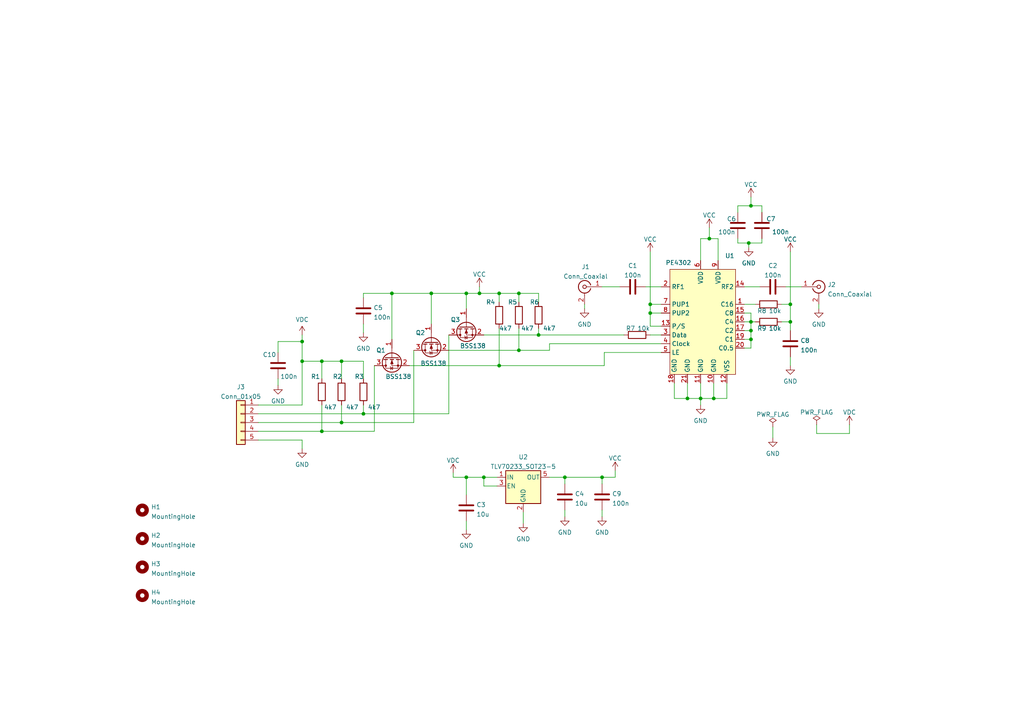
<source format=kicad_sch>
(kicad_sch (version 20211123) (generator eeschema)
  (paper "A4")
  (lib_symbols
    (symbol "Connector:Conn_Coaxial" (pin_names (offset 1.016) hide)
      (property "Reference" "J" (at 0.254 3.048 0))
      (property "Value" "Conn_Coaxial" (at 2.921 0 90))
      (symbol "Conn_Coaxial_0_1"
        (arc (start -1.778 -0.508) (mid 0.222 -1.808) (end 1.778 0) (stroke (width 0.254)))
        (polyline (pts (xy -2.54 0) (xy -0.508 0)))
        (polyline (pts (xy 0 -2.54) (xy 0 -1.778)))
        (circle (center 0 0) (radius 0.508) (stroke (width 0.2032)))
        (arc (start 1.778 0) (mid 0.222 1.8083) (end -1.778 0.508) (stroke (width 0.254)))
      )
      (symbol "Conn_Coaxial_1_1"
        (pin passive line (at -5.08 0 0) (length 2.54) (name "In") (number "1"))
        (pin passive line (at 0 -5.08 90) (length 2.54) (name "Ext") (number "2"))
      )
    )
    (symbol "Connector_Generic:Conn_01x05" (pin_names (offset 1.016) hide)
      (property "Reference" "J" (at 0 7.62 0))
      (property "Value" "Conn_01x05" (at 0 -7.62 0))
      (symbol "Conn_01x05_1_1"
        (rectangle (start -1.27 -4.953) (end 0 -5.207) (stroke (width 0.1524)))
        (rectangle (start -1.27 -2.413) (end 0 -2.667) (stroke (width 0.1524)))
        (rectangle (start -1.27 0.127) (end 0 -0.127) (stroke (width 0.1524)))
        (rectangle (start -1.27 2.667) (end 0 2.413) (stroke (width 0.1524)))
        (rectangle (start -1.27 5.207) (end 0 4.953) (stroke (width 0.1524)))
        (rectangle (start -1.27 6.35) (end 1.27 -6.35) (stroke (width 0.254)) (fill (type background)))
        (pin passive line (at -5.08 5.08 0) (length 3.81) (name "Pin_1") (number "1"))
        (pin passive line (at -5.08 2.54 0) (length 3.81) (name "Pin_2") (number "2"))
        (pin passive line (at -5.08 0 0) (length 3.81) (name "Pin_3") (number "3"))
        (pin passive line (at -5.08 -2.54 0) (length 3.81) (name "Pin_4") (number "4"))
        (pin passive line (at -5.08 -5.08 0) (length 3.81) (name "Pin_5") (number "5"))
      )
    )
    (symbol "Device:C" (pin_numbers hide) (pin_names (offset 0.254))
      (property "Reference" "C" (at 0.635 2.54 0))
      (property "Value" "C" (at 0.635 -2.54 0))
      (symbol "C_0_1"
        (polyline (pts (xy -2.032 -0.762) (xy 2.032 -0.762)) (stroke (width 0.508)))
        (polyline (pts (xy -2.032 0.762) (xy 2.032 0.762)) (stroke (width 0.508)))
      )
      (symbol "C_1_1"
        (pin passive line (at 0 3.81 270) (length 2.794) (name "~") (number "1"))
        (pin passive line (at 0 -3.81 90) (length 2.794) (name "~") (number "2"))
      )
    )
    (symbol "Device:R" (pin_numbers hide) (pin_names (offset 0))
      (property "Reference" "R" (at 2.032 0 90))
      (property "Value" "R" (at 0 0 90))
      (symbol "R_0_1"
        (rectangle (start -1.016 -2.54) (end 1.016 2.54) (stroke (width 0.254)))
      )
      (symbol "R_1_1"
        (pin passive line (at 0 3.81 270) (length 1.27) (name "~") (number "1"))
        (pin passive line (at 0 -3.81 90) (length 1.27) (name "~") (number "2"))
      )
    )
    (symbol "Mechanical:MountingHole" (pin_names (offset 1.016))
      (property "Reference" "H" (at 0 5.08 0))
      (property "Value" "MountingHole" (at 0 3.175 0))
      (symbol "MountingHole_0_1"
        (circle (center 0 0) (radius 1.27) (stroke (width 1.27)))
      )
    )
    (symbol "RF_Attenuator:PE4302"
      (property "Reference" "U" (at 10.16 -16.51 0))
      (property "Value" "PE4302" (at -10.16 16.51 0))
      (symbol "PE4302_0_1"
        (rectangle (start -10.16 13.97) (end 8.89 -16.51) (stroke (width 0.1524)) (fill (type background)))
      )
      (symbol "PE4302_1_1"
        (pin input line (at 11.43 3.81 180) (length 2.54) (name "C16") (number "1"))
        (pin power_in line (at 2.54 -19.05 90) (length 2.54) (name "GND") (number "10"))
        (pin power_in line (at -1.27 -19.05 90) (length 2.54) (name "GND") (number "11"))
        (pin power_in line (at 6.35 -19.05 90) (length 2.54) (name "VSS") (number "12"))
        (pin input line (at -12.7 -2.54 0) (length 2.54) (name "P/S") (number "13"))
        (pin passive line (at 11.43 8.89 180) (length 2.54) (name "RF2") (number "14"))
        (pin input line (at 11.43 1.27 180) (length 2.54) (name "C8") (number "15"))
        (pin input line (at 11.43 -1.27 180) (length 2.54) (name "C4") (number "16"))
        (pin input line (at 11.43 -3.81 180) (length 2.54) (name "C2") (number "17"))
        (pin power_in line (at -8.89 -19.05 90) (length 2.54) (name "GND") (number "18"))
        (pin input line (at 11.43 -6.35 180) (length 2.54) (name "C1") (number "19"))
        (pin passive line (at -12.7 8.89 0) (length 2.54) (name "RF1") (number "2"))
        (pin input line (at 11.43 -8.89 180) (length 2.54) (name "C0.5") (number "20"))
        (pin power_in line (at -5.08 -19.05 90) (length 2.54) (name "GND") (number "21"))
        (pin input line (at -12.7 -5.08 0) (length 2.54) (name "Data") (number "3"))
        (pin input line (at -12.7 -7.62 0) (length 2.54) (name "Clock") (number "4"))
        (pin input line (at -12.7 -10.16 0) (length 2.54) (name "LE") (number "5"))
        (pin power_in line (at -1.27 16.51 270) (length 2.54) (name "VDD") (number "6"))
        (pin input line (at -12.7 3.81 0) (length 2.54) (name "PUP1") (number "7"))
        (pin input line (at -12.7 1.27 0) (length 2.54) (name "PUP2") (number "8"))
        (pin power_in line (at 3.81 16.51 270) (length 2.54) (name "VDD") (number "9"))
      )
    )
    (symbol "Regulator_Linear:TLV70233_SOT23-5" (pin_names (offset 0.254))
      (property "Reference" "U" (at -3.81 5.715 0))
      (property "Value" "TLV70233_SOT23-5" (at 0 5.715 0))
      (symbol "TLV70233_SOT23-5_0_1"
        (rectangle (start -5.08 4.445) (end 5.08 -5.08) (stroke (width 0.254)) (fill (type background)))
      )
      (symbol "TLV70233_SOT23-5_1_1"
        (pin power_in line (at -7.62 2.54 0) (length 2.54) (name "IN") (number "1"))
        (pin power_in line (at 0 -7.62 90) (length 2.54) (name "GND") (number "2"))
        (pin input line (at -7.62 0 0) (length 2.54) (name "EN") (number "3"))
        (pin no_connect line (at 5.08 0 180) (length 2.54) hide (name "NC") (number "4"))
        (pin power_out line (at 7.62 2.54 180) (length 2.54) (name "OUT") (number "5"))
      )
    )
    (symbol "Transistor_FET:BSS138" (pin_names hide)
      (property "Reference" "Q" (at 5.08 1.905 0))
      (property "Value" "BSS138" (at 5.08 0 0))
      (symbol "BSS138_0_1"
        (polyline (pts (xy 0.254 0) (xy -2.54 0)))
        (polyline (pts (xy 0.254 1.905) (xy 0.254 -1.905)) (stroke (width 0.254)))
        (polyline (pts (xy 0.762 -1.27) (xy 0.762 -2.286)) (stroke (width 0.254)))
        (polyline (pts (xy 0.762 0.508) (xy 0.762 -0.508)) (stroke (width 0.254)))
        (polyline (pts (xy 0.762 2.286) (xy 0.762 1.27)) (stroke (width 0.254)))
        (polyline (pts (xy 2.54 2.54) (xy 2.54 1.778)))
        (polyline (pts (xy 2.54 -2.54) (xy 2.54 0) (xy 0.762 0)))
        (polyline (pts (xy 0.762 -1.778) (xy 3.302 -1.778) (xy 3.302 1.778) (xy 0.762 1.778)))
        (polyline (pts (xy 1.016 0) (xy 2.032 0.381) (xy 2.032 -0.381) (xy 1.016 0)) (fill (type outline)))
        (polyline (pts (xy 2.794 0.508) (xy 2.921 0.381) (xy 3.683 0.381) (xy 3.81 0.254)))
        (polyline (pts (xy 3.302 0.381) (xy 2.921 -0.254) (xy 3.683 -0.254) (xy 3.302 0.381)))
        (circle (center 1.651 0) (radius 2.794) (stroke (width 0.254)))
        (circle (center 2.54 -1.778) (radius 0.254) (fill (type outline)))
        (circle (center 2.54 1.778) (radius 0.254) (fill (type outline)))
      )
      (symbol "BSS138_1_1"
        (pin input line (at -5.08 0 0) (length 2.54) (name "G") (number "1"))
        (pin passive line (at 2.54 -5.08 90) (length 2.54) (name "S") (number "2"))
        (pin passive line (at 2.54 5.08 270) (length 2.54) (name "D") (number "3"))
      )
    )
    (symbol "power:GND" (power) (pin_names (offset 0))
      (property "Value" "GND" (at 0 -3.81 0))
      (symbol "GND_0_1"
        (polyline (pts (xy 0 0) (xy 0 -1.27) (xy 1.27 -1.27) (xy 0 -2.54) (xy -1.27 -1.27) (xy 0 -1.27)))
      )
      (symbol "GND_1_1"
        (pin power_in line (at 0 0 270) (length 0) hide (name "GND") (number "1"))
      )
    )
    (symbol "power:PWR_FLAG" (power) (pin_numbers hide) (pin_names (offset 0) hide)
      (property "Value" "PWR_FLAG" (at 0 3.81 0))
      (symbol "PWR_FLAG_0_0"
        (pin power_out line (at 0 0 90) (length 0) (name "pwr") (number "1"))
      )
      (symbol "PWR_FLAG_0_1"
        (polyline (pts (xy 0 0) (xy 0 1.27) (xy -1.016 1.905) (xy 0 2.54) (xy 1.016 1.905) (xy 0 1.27)))
      )
    )
    (symbol "power:VCC" (power) (pin_names (offset 0))
      (property "Value" "VCC" (at 0 3.81 0))
      (symbol "VCC_0_1"
        (polyline (pts (xy -0.762 1.27) (xy 0 2.54)))
        (polyline (pts (xy 0 0) (xy 0 2.54)))
        (polyline (pts (xy 0 2.54) (xy 0.762 1.27)))
      )
      (symbol "VCC_1_1"
        (pin power_in line (at 0 0 90) (length 0) hide (name "VCC") (number "1"))
      )
    )
    (symbol "power:VDC" (power) (pin_names (offset 0))
      (property "Value" "VDC" (at 0 6.35 0))
      (symbol "VDC_0_1"
        (polyline (pts (xy -0.762 1.27) (xy 0 2.54)))
        (polyline (pts (xy 0 0) (xy 0 2.54)))
        (polyline (pts (xy 0 2.54) (xy 0.762 1.27)))
      )
      (symbol "VDC_1_1"
        (pin power_in line (at 0 0 90) (length 0) hide (name "VDC") (number "1"))
      )
    )
  )
  (junction (at 135.255 85.09))
  (junction (at 199.39 115.57))
  (junction (at 150.495 101.6))
  (junction (at 93.345 104.775))
  (junction (at 229.235 88.265))
  (junction (at 105.41 120.015))
  (junction (at 217.805 98.425))
  (junction (at 113.665 85.09))
  (junction (at 144.78 85.09))
  (junction (at 144.78 106.045))
  (junction (at 217.805 93.345))
  (junction (at 188.595 88.265))
  (junction (at 205.74 69.215))
  (junction (at 163.83 138.43))
  (junction (at 135.255 138.43))
  (junction (at 150.495 85.09))
  (junction (at 217.805 59.69))
  (junction (at 99.06 122.555))
  (junction (at 125.095 85.09))
  (junction (at 99.06 104.775))
  (junction (at 203.2 115.57))
  (junction (at 188.595 90.805))
  (junction (at 229.235 93.345))
  (junction (at 87.63 99.06))
  (junction (at 207.01 115.57))
  (junction (at 174.625 138.43))
  (junction (at 156.21 97.155))
  (junction (at 87.63 104.775))
  (junction (at 140.335 138.43))
  (junction (at 217.17 70.485))
  (junction (at 217.805 95.885))
  (junction (at 93.345 125.095))
  (junction (at 139.065 85.09))
  (wire (pts (xy 120.015 101.6) (xy 120.015 122.555)))
  (wire (pts (xy 236.855 123.19) (xy 236.855 125.73)))
  (wire (pts (xy 87.63 99.06) (xy 80.645 99.06)))
  (wire (pts (xy 215.9 83.185) (xy 220.345 83.185)))
  (wire (pts (xy 213.995 61.595) (xy 213.995 59.69)))
  (wire (pts (xy 87.63 127.635) (xy 87.63 130.175)))
  (wire (pts (xy 87.63 104.775) (xy 87.63 117.475)))
  (wire (pts (xy 80.645 99.06) (xy 80.645 102.235)))
  (wire (pts (xy 207.01 111.125) (xy 207.01 115.57)))
  (wire (pts (xy 217.805 93.345) (xy 217.805 95.885)))
  (wire (pts (xy 105.41 93.98) (xy 105.41 96.52)))
  (wire (pts (xy 237.49 88.265) (xy 237.49 89.535)))
  (wire (pts (xy 229.235 93.345) (xy 229.235 95.885)))
  (wire (pts (xy 188.595 73.025) (xy 188.595 88.265)))
  (wire (pts (xy 217.805 57.15) (xy 217.805 59.69)))
  (wire (pts (xy 135.255 151.13) (xy 135.255 153.67)))
  (wire (pts (xy 215.9 90.805) (xy 217.805 90.805)))
  (wire (pts (xy 174.625 83.185) (xy 179.705 83.185)))
  (wire (pts (xy 139.065 83.185) (xy 139.065 85.09)))
  (wire (pts (xy 159.385 138.43) (xy 163.83 138.43)))
  (wire (pts (xy 207.01 115.57) (xy 210.82 115.57)))
  (wire (pts (xy 188.595 97.155) (xy 191.77 97.155)))
  (wire (pts (xy 217.17 70.485) (xy 220.98 70.485)))
  (wire (pts (xy 144.78 106.045) (xy 175.26 106.045)))
  (wire (pts (xy 174.625 138.43) (xy 174.625 140.335)))
  (wire (pts (xy 246.38 125.73) (xy 246.38 123.19)))
  (wire (pts (xy 163.83 138.43) (xy 174.625 138.43)))
  (wire (pts (xy 220.98 59.69) (xy 220.98 61.595)))
  (wire (pts (xy 175.26 102.235) (xy 191.77 102.235)))
  (wire (pts (xy 135.255 138.43) (xy 131.445 138.43)))
  (wire (pts (xy 99.06 117.475) (xy 99.06 122.555)))
  (wire (pts (xy 125.095 85.09) (xy 125.095 93.98)))
  (wire (pts (xy 220.98 69.215) (xy 220.98 70.485)))
  (wire (pts (xy 87.63 97.155) (xy 87.63 99.06)))
  (wire (pts (xy 205.74 69.215) (xy 208.28 69.215)))
  (wire (pts (xy 131.445 138.43) (xy 131.445 137.16)))
  (wire (pts (xy 217.17 70.485) (xy 217.17 71.755)))
  (wire (pts (xy 144.78 95.25) (xy 144.78 106.045)))
  (wire (pts (xy 163.83 147.955) (xy 163.83 149.86)))
  (wire (pts (xy 140.335 140.97) (xy 140.335 138.43)))
  (wire (pts (xy 105.41 85.09) (xy 113.665 85.09)))
  (wire (pts (xy 229.235 88.265) (xy 229.235 93.345)))
  (wire (pts (xy 203.2 115.57) (xy 207.01 115.57)))
  (wire (pts (xy 191.77 99.695) (xy 159.385 99.695)))
  (wire (pts (xy 213.995 59.69) (xy 217.805 59.69)))
  (wire (pts (xy 108.585 125.095) (xy 93.345 125.095)))
  (wire (pts (xy 156.21 85.09) (xy 156.21 87.63)))
  (wire (pts (xy 188.595 88.265) (xy 188.595 90.805)))
  (wire (pts (xy 93.345 117.475) (xy 93.345 125.095)))
  (wire (pts (xy 217.805 93.345) (xy 219.075 93.345)))
  (wire (pts (xy 140.335 97.155) (xy 156.21 97.155)))
  (wire (pts (xy 99.06 104.775) (xy 93.345 104.775)))
  (wire (pts (xy 150.495 85.09) (xy 156.21 85.09)))
  (wire (pts (xy 195.58 115.57) (xy 199.39 115.57)))
  (wire (pts (xy 191.77 94.615) (xy 188.595 94.615)))
  (wire (pts (xy 105.41 109.855) (xy 105.41 104.775)))
  (wire (pts (xy 87.63 99.06) (xy 87.63 104.775)))
  (wire (pts (xy 199.39 111.125) (xy 199.39 115.57)))
  (wire (pts (xy 135.255 85.09) (xy 135.255 89.535)))
  (wire (pts (xy 215.9 88.265) (xy 219.075 88.265)))
  (wire (pts (xy 105.41 104.775) (xy 99.06 104.775)))
  (wire (pts (xy 215.9 95.885) (xy 217.805 95.885)))
  (wire (pts (xy 203.2 115.57) (xy 203.2 117.475)))
  (wire (pts (xy 150.495 85.09) (xy 150.495 87.63)))
  (wire (pts (xy 151.765 148.59) (xy 151.765 151.765)))
  (wire (pts (xy 217.805 59.69) (xy 220.98 59.69)))
  (wire (pts (xy 113.665 85.09) (xy 113.665 98.425)))
  (wire (pts (xy 135.255 138.43) (xy 135.255 143.51)))
  (wire (pts (xy 74.93 127.635) (xy 87.63 127.635)))
  (wire (pts (xy 224.155 123.825) (xy 224.155 127)))
  (wire (pts (xy 213.995 70.485) (xy 217.17 70.485)))
  (wire (pts (xy 217.805 98.425) (xy 217.805 100.965)))
  (wire (pts (xy 217.805 95.885) (xy 217.805 98.425)))
  (wire (pts (xy 188.595 90.805) (xy 191.77 90.805)))
  (wire (pts (xy 215.9 98.425) (xy 217.805 98.425)))
  (wire (pts (xy 188.595 90.805) (xy 188.595 94.615)))
  (wire (pts (xy 205.74 66.04) (xy 205.74 69.215)))
  (wire (pts (xy 74.93 122.555) (xy 99.06 122.555)))
  (wire (pts (xy 140.335 138.43) (xy 135.255 138.43)))
  (wire (pts (xy 217.805 90.805) (xy 217.805 93.345)))
  (wire (pts (xy 144.78 85.09) (xy 139.065 85.09)))
  (wire (pts (xy 217.805 100.965) (xy 215.9 100.965)))
  (wire (pts (xy 195.58 111.125) (xy 195.58 115.57)))
  (wire (pts (xy 87.63 104.775) (xy 93.345 104.775)))
  (wire (pts (xy 229.235 103.505) (xy 229.235 106.045)))
  (wire (pts (xy 139.065 85.09) (xy 135.255 85.09)))
  (wire (pts (xy 108.585 106.045) (xy 108.585 125.095)))
  (wire (pts (xy 74.93 120.015) (xy 105.41 120.015)))
  (wire (pts (xy 93.345 104.775) (xy 93.345 109.855)))
  (wire (pts (xy 203.2 111.125) (xy 203.2 115.57)))
  (wire (pts (xy 80.645 109.855) (xy 80.645 111.76)))
  (wire (pts (xy 150.495 101.6) (xy 159.385 101.6)))
  (wire (pts (xy 227.965 83.185) (xy 232.41 83.185)))
  (wire (pts (xy 99.06 122.555) (xy 120.015 122.555)))
  (wire (pts (xy 229.235 73.025) (xy 229.235 88.265)))
  (wire (pts (xy 203.2 75.565) (xy 203.2 69.215)))
  (wire (pts (xy 93.345 125.095) (xy 74.93 125.095)))
  (wire (pts (xy 208.28 69.215) (xy 208.28 75.565)))
  (wire (pts (xy 203.2 69.215) (xy 205.74 69.215)))
  (wire (pts (xy 163.83 138.43) (xy 163.83 140.335)))
  (wire (pts (xy 144.145 140.97) (xy 140.335 140.97)))
  (wire (pts (xy 169.545 88.265) (xy 169.545 89.535)))
  (wire (pts (xy 174.625 147.955) (xy 174.625 149.86)))
  (wire (pts (xy 74.93 117.475) (xy 87.63 117.475)))
  (wire (pts (xy 125.095 85.09) (xy 113.665 85.09)))
  (wire (pts (xy 174.625 138.43) (xy 178.435 138.43)))
  (wire (pts (xy 99.06 104.775) (xy 99.06 109.855)))
  (wire (pts (xy 118.745 106.045) (xy 144.78 106.045)))
  (wire (pts (xy 105.41 117.475) (xy 105.41 120.015)))
  (wire (pts (xy 226.695 88.265) (xy 229.235 88.265)))
  (wire (pts (xy 215.9 93.345) (xy 217.805 93.345)))
  (wire (pts (xy 144.78 85.09) (xy 150.495 85.09)))
  (wire (pts (xy 187.325 83.185) (xy 191.77 83.185)))
  (wire (pts (xy 226.695 93.345) (xy 229.235 93.345)))
  (wire (pts (xy 210.82 115.57) (xy 210.82 111.125)))
  (wire (pts (xy 188.595 88.265) (xy 191.77 88.265)))
  (wire (pts (xy 144.78 87.63) (xy 144.78 85.09)))
  (wire (pts (xy 130.175 101.6) (xy 150.495 101.6)))
  (wire (pts (xy 236.855 125.73) (xy 246.38 125.73)))
  (wire (pts (xy 213.995 69.215) (xy 213.995 70.485)))
  (wire (pts (xy 105.41 120.015) (xy 130.175 120.015)))
  (wire (pts (xy 105.41 86.36) (xy 105.41 85.09)))
  (wire (pts (xy 144.145 138.43) (xy 140.335 138.43)))
  (wire (pts (xy 130.175 97.155) (xy 130.175 120.015)))
  (wire (pts (xy 159.385 99.695) (xy 159.385 101.6)))
  (wire (pts (xy 156.21 97.155) (xy 180.975 97.155)))
  (wire (pts (xy 178.435 138.43) (xy 178.435 136.525)))
  (wire (pts (xy 150.495 95.25) (xy 150.495 101.6)))
  (wire (pts (xy 199.39 115.57) (xy 203.2 115.57)))
  (wire (pts (xy 175.26 102.235) (xy 175.26 106.045)))
  (wire (pts (xy 135.255 85.09) (xy 125.095 85.09)))
  (wire (pts (xy 156.21 95.25) (xy 156.21 97.155)))
  (symbol (lib_id "power:GND") (at 135.255 153.67 0) (unit 1)
    (property "Reference" "#PWR0111" (effects hide))
    (property "Value" "GND" (at 135.255 158.2325 0))
  )
  (symbol (lib_id "Transistor_FET:BSS138") (at 125.095 99.06 90) (mirror x) (unit 1)
    (property "Reference" "Q2" (at 121.92 96.52 90))
    (property "Value" "BSS138" (at 125.73 105.41 90))
    (property "Footprint" "Package_TO_SOT_SMD:SOT-23" (effects hide))
    (property "Datasheet" "https://www.onsemi.com/pub/Collateral/BSS138-D.PDF" (effects hide))
  )
  (symbol (lib_id "Device:R") (at 105.41 113.665 180) (unit 1)
    (property "Reference" "R3" (at 102.87 109.22 0) (effects (justify right)))
    (property "Value" "4k7" (at 106.68 118.11 0) (effects (justify right)))
    (property "Footprint" "Resistor_SMD:R_0603_1608Metric" (effects hide))
  )
  (symbol (lib_id "Device:R") (at 93.345 113.665 180) (unit 1)
    (property "Reference" "R1" (at 90.17 109.22 0) (effects (justify right)))
    (property "Value" "4k7" (at 93.98 118.11 0) (effects (justify right)))
    (property "Footprint" "Resistor_SMD:R_0603_1608Metric" (effects hide))
  )
  (symbol (lib_id "Device:R") (at 156.21 91.44 180) (unit 1)
    (property "Reference" "R6" (at 153.67 87.63 0) (effects (justify right)))
    (property "Value" "4k7" (at 157.48 95.25 0) (effects (justify right)))
    (property "Footprint" "Resistor_SMD:R_0603_1608Metric" (effects hide))
  )
  (symbol (lib_id "Mechanical:MountingHole") (at 41.275 147.955 0) (unit 1)
    (property "Reference" "H1" (at 43.815 147.0465 0) (effects (justify left)))
    (property "Value" "MountingHole" (at 43.815 149.8216 0) (effects (justify left)))
    (property "Footprint" "MountingHole:MountingHole_2.2mm_M2" (effects hide))
  )
  (symbol (lib_id "power:PWR_FLAG") (at 236.855 123.19 0) (unit 1)
    (property "Reference" "#FLG0102" (effects hide))
    (property "Value" "PWR_FLAG" (at 236.855 119.5855 0))
  )
  (symbol (lib_id "power:VDC") (at 87.63 97.155 0) (unit 1)
    (property "Reference" "#PWR0106" (effects hide))
    (property "Value" "VDC" (at 87.63 92.71 0))
  )
  (symbol (lib_id "power:VCC") (at 178.435 136.525 0) (unit 1)
    (property "Reference" "#PWR0108" (effects hide))
    (property "Value" "VCC" (at 178.435 132.9205 0))
  )
  (symbol (lib_id "power:GND") (at 87.63 130.175 0) (unit 1)
    (property "Reference" "#PWR0104" (effects hide))
    (property "Value" "GND" (at 87.63 134.7375 0))
  )
  (symbol (lib_id "power:GND") (at 163.83 149.86 0) (unit 1)
    (property "Reference" "#PWR0110" (effects hide))
    (property "Value" "GND" (at 163.83 154.4225 0))
  )
  (symbol (lib_id "Regulator_Linear:TLV70233_SOT23-5") (at 151.765 140.97 0) (unit 1)
    (property "Reference" "U2" (at 151.765 132.5585 0))
    (property "Value" "TLV70233_SOT23-5" (at 151.765 135.3336 0))
    (property "Footprint" "Package_TO_SOT_SMD:SOT-23-5" (effects hide))
    (property "Datasheet" "http://www.ti.com/lit/ds/symlink/tlv702.pdf" (effects hide))
  )
  (symbol (lib_id "Device:C") (at 80.645 106.045 0) (unit 1)
    (property "Reference" "C10" (at 76.2 102.87 0) (effects (justify left)))
    (property "Value" "100n" (at 81.28 109.22 0) (effects (justify left)))
    (property "Footprint" "Capacitor_SMD:C_0603_1608Metric" (effects hide))
  )
  (symbol (lib_id "power:GND") (at 224.155 127 0) (unit 1)
    (property "Reference" "#PWR0112" (effects hide))
    (property "Value" "GND" (at 224.155 131.5625 0))
  )
  (symbol (lib_id "Connector:Conn_Coaxial") (at 169.545 83.185 0) (mirror y) (unit 1)
    (property "Reference" "J1" (at 169.8624 77.3919 0))
    (property "Value" "Conn_Coaxial" (at 169.8624 80.167 0))
    (property "Footprint" "Connector_Coaxial:SMA_Samtec_SMA-J-P-X-ST-EM1_EdgeMount" (effects hide))
    (property "Datasheet" " ~" (effects hide))
  )
  (symbol (lib_id "power:VCC") (at 217.805 57.15 0) (unit 1)
    (property "Reference" "#PWR0115" (effects hide))
    (property "Value" "VCC" (at 217.805 53.5455 0))
  )
  (symbol (lib_id "RF_Attenuator:PE4302") (at 204.47 92.075 0) (unit 1)
    (property "Reference" "U1" (at 210.2994 74.1893 0) (effects (justify left)))
    (property "Value" "PE4302" (at 193.04 76.2 0) (effects (justify left)))
    (property "Footprint" "PE4302:QFN-20-1EP_4x4mm_P0.5mm_EP2x2mm" (effects hide))
  )
  (symbol (lib_id "power:GND") (at 203.2 117.475 0) (unit 1)
    (property "Reference" "#PWR0101" (effects hide))
    (property "Value" "GND" (at 203.2 122.0375 0))
  )
  (symbol (lib_id "power:PWR_FLAG") (at 224.155 123.825 0) (unit 1)
    (property "Reference" "#FLG0101" (effects hide))
    (property "Value" "PWR_FLAG" (at 224.155 120.2205 0))
  )
  (symbol (lib_id "power:VCC") (at 229.235 73.025 0) (unit 1)
    (property "Reference" "#PWR0102" (effects hide))
    (property "Value" "VCC" (at 229.235 69.4205 0))
  )
  (symbol (lib_id "power:GND") (at 174.625 149.86 0) (unit 1)
    (property "Reference" "#PWR04" (effects hide))
    (property "Value" "GND" (at 174.625 154.4225 0))
  )
  (symbol (lib_id "Device:C") (at 105.41 90.17 0) (unit 1)
    (property "Reference" "C5" (at 108.331 89.2615 0) (effects (justify left)))
    (property "Value" "100n" (at 108.331 92.0366 0) (effects (justify left)))
    (property "Footprint" "Capacitor_SMD:C_0603_1608Metric" (effects hide))
  )
  (symbol (lib_id "power:VCC") (at 205.74 66.04 0) (unit 1)
    (property "Reference" "#PWR02" (effects hide))
    (property "Value" "VCC" (at 205.74 62.4355 0))
  )
  (symbol (lib_id "Transistor_FET:BSS138") (at 135.255 94.615 90) (mirror x) (unit 1)
    (property "Reference" "Q3" (at 132.08 92.71 90))
    (property "Value" "BSS138" (at 137.16 100.33 90))
    (property "Footprint" "Package_TO_SOT_SMD:SOT-23" (effects hide))
    (property "Datasheet" "https://www.onsemi.com/pub/Collateral/BSS138-D.PDF" (effects hide))
  )
  (symbol (lib_id "power:GND") (at 237.49 89.535 0) (unit 1)
    (property "Reference" "#PWR03" (effects hide))
    (property "Value" "GND" (at 237.49 94.0975 0))
  )
  (symbol (lib_id "power:GND") (at 151.765 151.765 0) (unit 1)
    (property "Reference" "#PWR0109" (effects hide))
    (property "Value" "GND" (at 151.765 156.3275 0))
  )
  (symbol (lib_id "Mechanical:MountingHole") (at 41.275 172.72 0) (unit 1)
    (property "Reference" "H4" (at 43.815 171.8115 0) (effects (justify left)))
    (property "Value" "MountingHole" (at 43.815 174.5866 0) (effects (justify left)))
    (property "Footprint" "MountingHole:MountingHole_2.2mm_M2" (effects hide))
  )
  (symbol (lib_id "Mechanical:MountingHole") (at 41.275 156.21 0) (unit 1)
    (property "Reference" "H2" (at 43.815 155.3015 0) (effects (justify left)))
    (property "Value" "MountingHole" (at 43.815 158.0766 0) (effects (justify left)))
    (property "Footprint" "MountingHole:MountingHole_2.2mm_M2" (effects hide))
  )
  (symbol (lib_id "power:GND") (at 80.645 111.76 0) (unit 1)
    (property "Reference" "#PWR0118" (effects hide))
    (property "Value" "GND" (at 80.645 116.3225 0))
  )
  (symbol (lib_id "power:GND") (at 217.17 71.755 0) (unit 1)
    (property "Reference" "#PWR0114" (effects hide))
    (property "Value" "GND" (at 217.17 76.3175 0))
  )
  (symbol (lib_id "Device:R") (at 222.885 88.265 270) (unit 1)
    (property "Reference" "R8" (at 220.98 90.17 90))
    (property "Value" "10k" (at 224.79 90.17 90))
    (property "Footprint" "Resistor_SMD:R_0603_1608Metric" (effects hide))
  )
  (symbol (lib_id "Device:C") (at 220.98 65.405 0) (unit 1)
    (property "Reference" "C7" (at 222.25 63.5 0) (effects (justify left)))
    (property "Value" "100n" (at 223.901 67.2716 0) (effects (justify left)))
    (property "Footprint" "Capacitor_SMD:C_0603_1608Metric" (effects hide))
  )
  (symbol (lib_id "Device:R") (at 150.495 91.44 180) (unit 1)
    (property "Reference" "R5" (at 147.32 87.63 0) (effects (justify right)))
    (property "Value" "4k7" (at 151.13 95.25 0) (effects (justify right)))
    (property "Footprint" "Resistor_SMD:R_0603_1608Metric" (effects hide))
  )
  (symbol (lib_id "Transistor_FET:BSS138") (at 113.665 103.505 90) (mirror x) (unit 1)
    (property "Reference" "Q1" (at 110.49 101.6 90))
    (property "Value" "BSS138" (at 115.57 109.22 90))
    (property "Footprint" "Package_TO_SOT_SMD:SOT-23" (effects hide))
    (property "Datasheet" "https://www.onsemi.com/pub/Collateral/BSS138-D.PDF" (effects hide))
  )
  (symbol (lib_id "Device:C") (at 135.255 147.32 180) (unit 1)
    (property "Reference" "C3" (at 138.176 146.4115 0) (effects (justify right)))
    (property "Value" "10u" (at 138.176 149.1866 0) (effects (justify right)))
    (property "Footprint" "Capacitor_SMD:C_0805_2012Metric" (effects hide))
  )
  (symbol (lib_id "Device:R") (at 222.885 93.345 270) (unit 1)
    (property "Reference" "R9" (at 220.98 95.25 90))
    (property "Value" "10k" (at 224.79 95.25 90))
    (property "Footprint" "Resistor_SMD:R_0603_1608Metric" (effects hide))
  )
  (symbol (lib_id "power:GND") (at 169.545 89.535 0) (unit 1)
    (property "Reference" "#PWR01" (effects hide))
    (property "Value" "GND" (at 169.545 94.0975 0))
  )
  (symbol (lib_id "power:VCC") (at 139.065 83.185 0) (unit 1)
    (property "Reference" "#PWR0107" (effects hide))
    (property "Value" "VCC" (at 139.065 79.5805 0))
  )
  (symbol (lib_id "Device:R") (at 99.06 113.665 180) (unit 1)
    (property "Reference" "R2" (at 96.52 109.22 0) (effects (justify right)))
    (property "Value" "4k7" (at 100.33 118.11 0) (effects (justify right)))
    (property "Footprint" "Resistor_SMD:R_0603_1608Metric" (effects hide))
  )
  (symbol (lib_id "Device:C") (at 183.515 83.185 270) (unit 1)
    (property "Reference" "C1" (at 183.515 77.0595 90))
    (property "Value" "100n" (at 183.515 79.8346 90))
    (property "Footprint" "Capacitor_SMD:C_0603_1608Metric" (effects hide))
  )
  (symbol (lib_id "power:GND") (at 105.41 96.52 0) (unit 1)
    (property "Reference" "#PWR0117" (effects hide))
    (property "Value" "GND" (at 105.41 101.0825 0))
  )
  (symbol (lib_id "Connector:Conn_Coaxial") (at 237.49 83.185 0) (unit 1)
    (property "Reference" "J2" (at 240.03 82.5697 0) (effects (justify left)))
    (property "Value" "Conn_Coaxial" (at 240.03 85.3448 0) (effects (justify left)))
    (property "Footprint" "Connector_Coaxial:SMA_Samtec_SMA-J-P-X-ST-EM1_EdgeMount" (effects hide))
    (property "Datasheet" " ~" (effects hide))
  )
  (symbol (lib_id "Device:C") (at 224.155 83.185 270) (unit 1)
    (property "Reference" "C2" (at 224.155 77.0595 90))
    (property "Value" "100n" (at 224.155 79.8346 90))
    (property "Footprint" "Capacitor_SMD:C_0603_1608Metric" (effects hide))
  )
  (symbol (lib_id "power:VDC") (at 246.38 123.19 0) (unit 1)
    (property "Reference" "#PWR0113" (effects hide))
    (property "Value" "VDC" (at 246.38 119.5855 0))
  )
  (symbol (lib_id "Mechanical:MountingHole") (at 41.275 164.465 0) (unit 1)
    (property "Reference" "H3" (at 43.815 163.5565 0) (effects (justify left)))
    (property "Value" "MountingHole" (at 43.815 166.3316 0) (effects (justify left)))
    (property "Footprint" "MountingHole:MountingHole_2.2mm_M2" (effects hide))
  )
  (symbol (lib_id "Device:R") (at 144.78 91.44 180) (unit 1)
    (property "Reference" "R4" (at 140.97 87.63 0) (effects (justify right)))
    (property "Value" "4k7" (at 144.78 95.25 0) (effects (justify right)))
    (property "Footprint" "Resistor_SMD:R_0603_1608Metric" (effects hide))
  )
  (symbol (lib_id "Connector_Generic:Conn_01x05") (at 69.85 122.555 0) (mirror y) (unit 1)
    (property "Reference" "J3" (at 69.85 112.2385 0))
    (property "Value" "Conn_01x05" (at 69.85 115.0136 0))
    (property "Footprint" "Connector_JST:JST_PH_B5B-PH-K_1x05_P2.00mm_Vertical" (effects hide))
  )
  (symbol (lib_id "Device:C") (at 163.83 144.145 180) (unit 1)
    (property "Reference" "C4" (at 166.751 143.2365 0) (effects (justify right)))
    (property "Value" "10u" (at 166.751 146.0116 0) (effects (justify right)))
    (property "Footprint" "Capacitor_SMD:C_0805_2012Metric" (effects hide))
  )
  (symbol (lib_id "Device:C") (at 229.235 99.695 0) (unit 1)
    (property "Reference" "C8" (at 232.156 98.7865 0) (effects (justify left)))
    (property "Value" "100n" (at 232.156 101.5616 0) (effects (justify left)))
    (property "Footprint" "Capacitor_SMD:C_0603_1608Metric" (effects hide))
  )
  (symbol (lib_id "power:VDC") (at 131.445 137.16 0) (unit 1)
    (property "Reference" "#PWR0105" (effects hide))
    (property "Value" "VDC" (at 131.445 133.5555 0))
  )
  (symbol (lib_id "Device:R") (at 184.785 97.155 270) (unit 1)
    (property "Reference" "R7" (at 182.88 95.25 90))
    (property "Value" "10k" (at 186.69 95.25 90))
    (property "Footprint" "Resistor_SMD:R_0603_1608Metric" (effects hide))
  )
  (symbol (lib_id "Device:C") (at 174.625 144.145 180) (unit 1)
    (property "Reference" "C9" (at 177.546 143.2365 0) (effects (justify right)))
    (property "Value" "100n" (at 177.546 146.0116 0) (effects (justify right)))
    (property "Footprint" "Capacitor_SMD:C_0603_1608Metric" (effects hide))
  )
  (symbol (lib_id "power:VCC") (at 188.595 73.025 0) (unit 1)
    (property "Reference" "#PWR0103" (effects hide))
    (property "Value" "VCC" (at 188.595 69.4205 0))
  )
  (symbol (lib_id "power:GND") (at 229.235 106.045 0) (unit 1)
    (property "Reference" "#PWR0116" (effects hide))
    (property "Value" "GND" (at 229.235 110.6075 0))
  )
  (symbol (lib_id "Device:C") (at 213.995 65.405 0) (unit 1)
    (property "Reference" "C6" (at 210.82 63.5 0) (effects (justify left)))
    (property "Value" "100n" (at 208.28 67.31 0) (effects (justify left)))
    (property "Footprint" "Capacitor_SMD:C_0603_1608Metric" (effects hide))
  )
)
</source>
